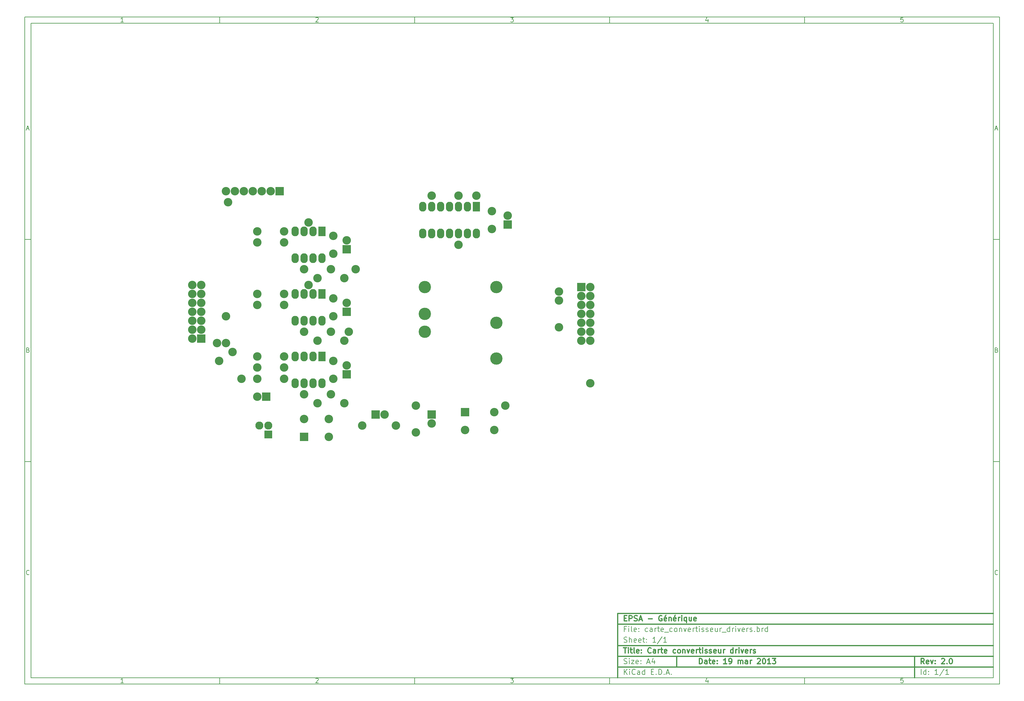
<source format=gbs>
G04 (created by PCBNEW-RS274X (2012-01-19 BZR 3256)-stable) date 19/03/2013 15:27:12*
G01*
G70*
G90*
%MOIN*%
G04 Gerber Fmt 3.4, Leading zero omitted, Abs format*
%FSLAX34Y34*%
G04 APERTURE LIST*
%ADD10C,0.006000*%
%ADD11C,0.012000*%
%ADD12R,0.082000X0.110000*%
%ADD13O,0.082000X0.110000*%
%ADD14C,0.095000*%
%ADD15R,0.095000X0.095000*%
%ADD16R,0.090000X0.090000*%
%ADD17C,0.090000*%
%ADD18C,0.138100*%
G04 APERTURE END LIST*
G54D10*
X04000Y-04000D02*
X113000Y-04000D01*
X113000Y-78670D01*
X04000Y-78670D01*
X04000Y-04000D01*
X04700Y-04700D02*
X112300Y-04700D01*
X112300Y-77970D01*
X04700Y-77970D01*
X04700Y-04700D01*
X25800Y-04000D02*
X25800Y-04700D01*
X15043Y-04552D02*
X14757Y-04552D01*
X14900Y-04552D02*
X14900Y-04052D01*
X14852Y-04124D01*
X14805Y-04171D01*
X14757Y-04195D01*
X25800Y-78670D02*
X25800Y-77970D01*
X15043Y-78522D02*
X14757Y-78522D01*
X14900Y-78522D02*
X14900Y-78022D01*
X14852Y-78094D01*
X14805Y-78141D01*
X14757Y-78165D01*
X47600Y-04000D02*
X47600Y-04700D01*
X36557Y-04100D02*
X36581Y-04076D01*
X36629Y-04052D01*
X36748Y-04052D01*
X36795Y-04076D01*
X36819Y-04100D01*
X36843Y-04148D01*
X36843Y-04195D01*
X36819Y-04267D01*
X36533Y-04552D01*
X36843Y-04552D01*
X47600Y-78670D02*
X47600Y-77970D01*
X36557Y-78070D02*
X36581Y-78046D01*
X36629Y-78022D01*
X36748Y-78022D01*
X36795Y-78046D01*
X36819Y-78070D01*
X36843Y-78118D01*
X36843Y-78165D01*
X36819Y-78237D01*
X36533Y-78522D01*
X36843Y-78522D01*
X69400Y-04000D02*
X69400Y-04700D01*
X58333Y-04052D02*
X58643Y-04052D01*
X58476Y-04243D01*
X58548Y-04243D01*
X58595Y-04267D01*
X58619Y-04290D01*
X58643Y-04338D01*
X58643Y-04457D01*
X58619Y-04505D01*
X58595Y-04529D01*
X58548Y-04552D01*
X58405Y-04552D01*
X58357Y-04529D01*
X58333Y-04505D01*
X69400Y-78670D02*
X69400Y-77970D01*
X58333Y-78022D02*
X58643Y-78022D01*
X58476Y-78213D01*
X58548Y-78213D01*
X58595Y-78237D01*
X58619Y-78260D01*
X58643Y-78308D01*
X58643Y-78427D01*
X58619Y-78475D01*
X58595Y-78499D01*
X58548Y-78522D01*
X58405Y-78522D01*
X58357Y-78499D01*
X58333Y-78475D01*
X91200Y-04000D02*
X91200Y-04700D01*
X80395Y-04219D02*
X80395Y-04552D01*
X80276Y-04029D02*
X80157Y-04386D01*
X80467Y-04386D01*
X91200Y-78670D02*
X91200Y-77970D01*
X80395Y-78189D02*
X80395Y-78522D01*
X80276Y-77999D02*
X80157Y-78356D01*
X80467Y-78356D01*
X102219Y-04052D02*
X101981Y-04052D01*
X101957Y-04290D01*
X101981Y-04267D01*
X102029Y-04243D01*
X102148Y-04243D01*
X102195Y-04267D01*
X102219Y-04290D01*
X102243Y-04338D01*
X102243Y-04457D01*
X102219Y-04505D01*
X102195Y-04529D01*
X102148Y-04552D01*
X102029Y-04552D01*
X101981Y-04529D01*
X101957Y-04505D01*
X102219Y-78022D02*
X101981Y-78022D01*
X101957Y-78260D01*
X101981Y-78237D01*
X102029Y-78213D01*
X102148Y-78213D01*
X102195Y-78237D01*
X102219Y-78260D01*
X102243Y-78308D01*
X102243Y-78427D01*
X102219Y-78475D01*
X102195Y-78499D01*
X102148Y-78522D01*
X102029Y-78522D01*
X101981Y-78499D01*
X101957Y-78475D01*
X04000Y-28890D02*
X04700Y-28890D01*
X04231Y-16510D02*
X04469Y-16510D01*
X04184Y-16652D02*
X04350Y-16152D01*
X04517Y-16652D01*
X113000Y-28890D02*
X112300Y-28890D01*
X112531Y-16510D02*
X112769Y-16510D01*
X112484Y-16652D02*
X112650Y-16152D01*
X112817Y-16652D01*
X04000Y-53780D02*
X04700Y-53780D01*
X04386Y-41280D02*
X04457Y-41304D01*
X04481Y-41328D01*
X04505Y-41376D01*
X04505Y-41447D01*
X04481Y-41495D01*
X04457Y-41519D01*
X04410Y-41542D01*
X04219Y-41542D01*
X04219Y-41042D01*
X04386Y-41042D01*
X04433Y-41066D01*
X04457Y-41090D01*
X04481Y-41138D01*
X04481Y-41185D01*
X04457Y-41233D01*
X04433Y-41257D01*
X04386Y-41280D01*
X04219Y-41280D01*
X113000Y-53780D02*
X112300Y-53780D01*
X112686Y-41280D02*
X112757Y-41304D01*
X112781Y-41328D01*
X112805Y-41376D01*
X112805Y-41447D01*
X112781Y-41495D01*
X112757Y-41519D01*
X112710Y-41542D01*
X112519Y-41542D01*
X112519Y-41042D01*
X112686Y-41042D01*
X112733Y-41066D01*
X112757Y-41090D01*
X112781Y-41138D01*
X112781Y-41185D01*
X112757Y-41233D01*
X112733Y-41257D01*
X112686Y-41280D01*
X112519Y-41280D01*
X04505Y-66385D02*
X04481Y-66409D01*
X04410Y-66432D01*
X04362Y-66432D01*
X04290Y-66409D01*
X04243Y-66361D01*
X04219Y-66313D01*
X04195Y-66218D01*
X04195Y-66147D01*
X04219Y-66051D01*
X04243Y-66004D01*
X04290Y-65956D01*
X04362Y-65932D01*
X04410Y-65932D01*
X04481Y-65956D01*
X04505Y-65980D01*
X112805Y-66385D02*
X112781Y-66409D01*
X112710Y-66432D01*
X112662Y-66432D01*
X112590Y-66409D01*
X112543Y-66361D01*
X112519Y-66313D01*
X112495Y-66218D01*
X112495Y-66147D01*
X112519Y-66051D01*
X112543Y-66004D01*
X112590Y-65956D01*
X112662Y-65932D01*
X112710Y-65932D01*
X112781Y-65956D01*
X112805Y-65980D01*
G54D11*
X79443Y-76413D02*
X79443Y-75813D01*
X79586Y-75813D01*
X79671Y-75841D01*
X79729Y-75899D01*
X79757Y-75956D01*
X79786Y-76070D01*
X79786Y-76156D01*
X79757Y-76270D01*
X79729Y-76327D01*
X79671Y-76384D01*
X79586Y-76413D01*
X79443Y-76413D01*
X80300Y-76413D02*
X80300Y-76099D01*
X80271Y-76041D01*
X80214Y-76013D01*
X80100Y-76013D01*
X80043Y-76041D01*
X80300Y-76384D02*
X80243Y-76413D01*
X80100Y-76413D01*
X80043Y-76384D01*
X80014Y-76327D01*
X80014Y-76270D01*
X80043Y-76213D01*
X80100Y-76184D01*
X80243Y-76184D01*
X80300Y-76156D01*
X80500Y-76013D02*
X80729Y-76013D01*
X80586Y-75813D02*
X80586Y-76327D01*
X80614Y-76384D01*
X80672Y-76413D01*
X80729Y-76413D01*
X81157Y-76384D02*
X81100Y-76413D01*
X80986Y-76413D01*
X80929Y-76384D01*
X80900Y-76327D01*
X80900Y-76099D01*
X80929Y-76041D01*
X80986Y-76013D01*
X81100Y-76013D01*
X81157Y-76041D01*
X81186Y-76099D01*
X81186Y-76156D01*
X80900Y-76213D01*
X81443Y-76356D02*
X81471Y-76384D01*
X81443Y-76413D01*
X81414Y-76384D01*
X81443Y-76356D01*
X81443Y-76413D01*
X81443Y-76041D02*
X81471Y-76070D01*
X81443Y-76099D01*
X81414Y-76070D01*
X81443Y-76041D01*
X81443Y-76099D01*
X82500Y-76413D02*
X82157Y-76413D01*
X82329Y-76413D02*
X82329Y-75813D01*
X82272Y-75899D01*
X82214Y-75956D01*
X82157Y-75984D01*
X82785Y-76413D02*
X82900Y-76413D01*
X82957Y-76384D01*
X82985Y-76356D01*
X83043Y-76270D01*
X83071Y-76156D01*
X83071Y-75927D01*
X83043Y-75870D01*
X83014Y-75841D01*
X82957Y-75813D01*
X82843Y-75813D01*
X82785Y-75841D01*
X82757Y-75870D01*
X82728Y-75927D01*
X82728Y-76070D01*
X82757Y-76127D01*
X82785Y-76156D01*
X82843Y-76184D01*
X82957Y-76184D01*
X83014Y-76156D01*
X83043Y-76127D01*
X83071Y-76070D01*
X83785Y-76413D02*
X83785Y-76013D01*
X83785Y-76070D02*
X83813Y-76041D01*
X83871Y-76013D01*
X83956Y-76013D01*
X84013Y-76041D01*
X84042Y-76099D01*
X84042Y-76413D01*
X84042Y-76099D02*
X84071Y-76041D01*
X84128Y-76013D01*
X84213Y-76013D01*
X84271Y-76041D01*
X84299Y-76099D01*
X84299Y-76413D01*
X84842Y-76413D02*
X84842Y-76099D01*
X84813Y-76041D01*
X84756Y-76013D01*
X84642Y-76013D01*
X84585Y-76041D01*
X84842Y-76384D02*
X84785Y-76413D01*
X84642Y-76413D01*
X84585Y-76384D01*
X84556Y-76327D01*
X84556Y-76270D01*
X84585Y-76213D01*
X84642Y-76184D01*
X84785Y-76184D01*
X84842Y-76156D01*
X85128Y-76413D02*
X85128Y-76013D01*
X85128Y-76127D02*
X85156Y-76070D01*
X85185Y-76041D01*
X85242Y-76013D01*
X85299Y-76013D01*
X85927Y-75870D02*
X85956Y-75841D01*
X86013Y-75813D01*
X86156Y-75813D01*
X86213Y-75841D01*
X86242Y-75870D01*
X86270Y-75927D01*
X86270Y-75984D01*
X86242Y-76070D01*
X85899Y-76413D01*
X86270Y-76413D01*
X86641Y-75813D02*
X86698Y-75813D01*
X86755Y-75841D01*
X86784Y-75870D01*
X86813Y-75927D01*
X86841Y-76041D01*
X86841Y-76184D01*
X86813Y-76299D01*
X86784Y-76356D01*
X86755Y-76384D01*
X86698Y-76413D01*
X86641Y-76413D01*
X86584Y-76384D01*
X86555Y-76356D01*
X86527Y-76299D01*
X86498Y-76184D01*
X86498Y-76041D01*
X86527Y-75927D01*
X86555Y-75870D01*
X86584Y-75841D01*
X86641Y-75813D01*
X87412Y-76413D02*
X87069Y-76413D01*
X87241Y-76413D02*
X87241Y-75813D01*
X87184Y-75899D01*
X87126Y-75956D01*
X87069Y-75984D01*
X87612Y-75813D02*
X87983Y-75813D01*
X87783Y-76041D01*
X87869Y-76041D01*
X87926Y-76070D01*
X87955Y-76099D01*
X87983Y-76156D01*
X87983Y-76299D01*
X87955Y-76356D01*
X87926Y-76384D01*
X87869Y-76413D01*
X87697Y-76413D01*
X87640Y-76384D01*
X87612Y-76356D01*
G54D10*
X71043Y-77613D02*
X71043Y-77013D01*
X71386Y-77613D02*
X71129Y-77270D01*
X71386Y-77013D02*
X71043Y-77356D01*
X71643Y-77613D02*
X71643Y-77213D01*
X71643Y-77013D02*
X71614Y-77041D01*
X71643Y-77070D01*
X71671Y-77041D01*
X71643Y-77013D01*
X71643Y-77070D01*
X72272Y-77556D02*
X72243Y-77584D01*
X72157Y-77613D01*
X72100Y-77613D01*
X72015Y-77584D01*
X71957Y-77527D01*
X71929Y-77470D01*
X71900Y-77356D01*
X71900Y-77270D01*
X71929Y-77156D01*
X71957Y-77099D01*
X72015Y-77041D01*
X72100Y-77013D01*
X72157Y-77013D01*
X72243Y-77041D01*
X72272Y-77070D01*
X72786Y-77613D02*
X72786Y-77299D01*
X72757Y-77241D01*
X72700Y-77213D01*
X72586Y-77213D01*
X72529Y-77241D01*
X72786Y-77584D02*
X72729Y-77613D01*
X72586Y-77613D01*
X72529Y-77584D01*
X72500Y-77527D01*
X72500Y-77470D01*
X72529Y-77413D01*
X72586Y-77384D01*
X72729Y-77384D01*
X72786Y-77356D01*
X73329Y-77613D02*
X73329Y-77013D01*
X73329Y-77584D02*
X73272Y-77613D01*
X73158Y-77613D01*
X73100Y-77584D01*
X73072Y-77556D01*
X73043Y-77499D01*
X73043Y-77327D01*
X73072Y-77270D01*
X73100Y-77241D01*
X73158Y-77213D01*
X73272Y-77213D01*
X73329Y-77241D01*
X74072Y-77299D02*
X74272Y-77299D01*
X74358Y-77613D02*
X74072Y-77613D01*
X74072Y-77013D01*
X74358Y-77013D01*
X74615Y-77556D02*
X74643Y-77584D01*
X74615Y-77613D01*
X74586Y-77584D01*
X74615Y-77556D01*
X74615Y-77613D01*
X74901Y-77613D02*
X74901Y-77013D01*
X75044Y-77013D01*
X75129Y-77041D01*
X75187Y-77099D01*
X75215Y-77156D01*
X75244Y-77270D01*
X75244Y-77356D01*
X75215Y-77470D01*
X75187Y-77527D01*
X75129Y-77584D01*
X75044Y-77613D01*
X74901Y-77613D01*
X75501Y-77556D02*
X75529Y-77584D01*
X75501Y-77613D01*
X75472Y-77584D01*
X75501Y-77556D01*
X75501Y-77613D01*
X75758Y-77441D02*
X76044Y-77441D01*
X75701Y-77613D02*
X75901Y-77013D01*
X76101Y-77613D01*
X76301Y-77556D02*
X76329Y-77584D01*
X76301Y-77613D01*
X76272Y-77584D01*
X76301Y-77556D01*
X76301Y-77613D01*
G54D11*
X104586Y-76413D02*
X104386Y-76127D01*
X104243Y-76413D02*
X104243Y-75813D01*
X104471Y-75813D01*
X104529Y-75841D01*
X104557Y-75870D01*
X104586Y-75927D01*
X104586Y-76013D01*
X104557Y-76070D01*
X104529Y-76099D01*
X104471Y-76127D01*
X104243Y-76127D01*
X105071Y-76384D02*
X105014Y-76413D01*
X104900Y-76413D01*
X104843Y-76384D01*
X104814Y-76327D01*
X104814Y-76099D01*
X104843Y-76041D01*
X104900Y-76013D01*
X105014Y-76013D01*
X105071Y-76041D01*
X105100Y-76099D01*
X105100Y-76156D01*
X104814Y-76213D01*
X105300Y-76013D02*
X105443Y-76413D01*
X105585Y-76013D01*
X105814Y-76356D02*
X105842Y-76384D01*
X105814Y-76413D01*
X105785Y-76384D01*
X105814Y-76356D01*
X105814Y-76413D01*
X105814Y-76041D02*
X105842Y-76070D01*
X105814Y-76099D01*
X105785Y-76070D01*
X105814Y-76041D01*
X105814Y-76099D01*
X106528Y-75870D02*
X106557Y-75841D01*
X106614Y-75813D01*
X106757Y-75813D01*
X106814Y-75841D01*
X106843Y-75870D01*
X106871Y-75927D01*
X106871Y-75984D01*
X106843Y-76070D01*
X106500Y-76413D01*
X106871Y-76413D01*
X107128Y-76356D02*
X107156Y-76384D01*
X107128Y-76413D01*
X107099Y-76384D01*
X107128Y-76356D01*
X107128Y-76413D01*
X107528Y-75813D02*
X107585Y-75813D01*
X107642Y-75841D01*
X107671Y-75870D01*
X107700Y-75927D01*
X107728Y-76041D01*
X107728Y-76184D01*
X107700Y-76299D01*
X107671Y-76356D01*
X107642Y-76384D01*
X107585Y-76413D01*
X107528Y-76413D01*
X107471Y-76384D01*
X107442Y-76356D01*
X107414Y-76299D01*
X107385Y-76184D01*
X107385Y-76041D01*
X107414Y-75927D01*
X107442Y-75870D01*
X107471Y-75841D01*
X107528Y-75813D01*
G54D10*
X71014Y-76384D02*
X71100Y-76413D01*
X71243Y-76413D01*
X71300Y-76384D01*
X71329Y-76356D01*
X71357Y-76299D01*
X71357Y-76241D01*
X71329Y-76184D01*
X71300Y-76156D01*
X71243Y-76127D01*
X71129Y-76099D01*
X71071Y-76070D01*
X71043Y-76041D01*
X71014Y-75984D01*
X71014Y-75927D01*
X71043Y-75870D01*
X71071Y-75841D01*
X71129Y-75813D01*
X71271Y-75813D01*
X71357Y-75841D01*
X71614Y-76413D02*
X71614Y-76013D01*
X71614Y-75813D02*
X71585Y-75841D01*
X71614Y-75870D01*
X71642Y-75841D01*
X71614Y-75813D01*
X71614Y-75870D01*
X71843Y-76013D02*
X72157Y-76013D01*
X71843Y-76413D01*
X72157Y-76413D01*
X72614Y-76384D02*
X72557Y-76413D01*
X72443Y-76413D01*
X72386Y-76384D01*
X72357Y-76327D01*
X72357Y-76099D01*
X72386Y-76041D01*
X72443Y-76013D01*
X72557Y-76013D01*
X72614Y-76041D01*
X72643Y-76099D01*
X72643Y-76156D01*
X72357Y-76213D01*
X72900Y-76356D02*
X72928Y-76384D01*
X72900Y-76413D01*
X72871Y-76384D01*
X72900Y-76356D01*
X72900Y-76413D01*
X72900Y-76041D02*
X72928Y-76070D01*
X72900Y-76099D01*
X72871Y-76070D01*
X72900Y-76041D01*
X72900Y-76099D01*
X73614Y-76241D02*
X73900Y-76241D01*
X73557Y-76413D02*
X73757Y-75813D01*
X73957Y-76413D01*
X74414Y-76013D02*
X74414Y-76413D01*
X74271Y-75784D02*
X74128Y-76213D01*
X74500Y-76213D01*
X104243Y-77613D02*
X104243Y-77013D01*
X104786Y-77613D02*
X104786Y-77013D01*
X104786Y-77584D02*
X104729Y-77613D01*
X104615Y-77613D01*
X104557Y-77584D01*
X104529Y-77556D01*
X104500Y-77499D01*
X104500Y-77327D01*
X104529Y-77270D01*
X104557Y-77241D01*
X104615Y-77213D01*
X104729Y-77213D01*
X104786Y-77241D01*
X105072Y-77556D02*
X105100Y-77584D01*
X105072Y-77613D01*
X105043Y-77584D01*
X105072Y-77556D01*
X105072Y-77613D01*
X105072Y-77241D02*
X105100Y-77270D01*
X105072Y-77299D01*
X105043Y-77270D01*
X105072Y-77241D01*
X105072Y-77299D01*
X106129Y-77613D02*
X105786Y-77613D01*
X105958Y-77613D02*
X105958Y-77013D01*
X105901Y-77099D01*
X105843Y-77156D01*
X105786Y-77184D01*
X106814Y-76984D02*
X106300Y-77756D01*
X107329Y-77613D02*
X106986Y-77613D01*
X107158Y-77613D02*
X107158Y-77013D01*
X107101Y-77099D01*
X107043Y-77156D01*
X106986Y-77184D01*
G54D11*
X70957Y-74613D02*
X71300Y-74613D01*
X71129Y-75213D02*
X71129Y-74613D01*
X71500Y-75213D02*
X71500Y-74813D01*
X71500Y-74613D02*
X71471Y-74641D01*
X71500Y-74670D01*
X71528Y-74641D01*
X71500Y-74613D01*
X71500Y-74670D01*
X71700Y-74813D02*
X71929Y-74813D01*
X71786Y-74613D02*
X71786Y-75127D01*
X71814Y-75184D01*
X71872Y-75213D01*
X71929Y-75213D01*
X72215Y-75213D02*
X72157Y-75184D01*
X72129Y-75127D01*
X72129Y-74613D01*
X72671Y-75184D02*
X72614Y-75213D01*
X72500Y-75213D01*
X72443Y-75184D01*
X72414Y-75127D01*
X72414Y-74899D01*
X72443Y-74841D01*
X72500Y-74813D01*
X72614Y-74813D01*
X72671Y-74841D01*
X72700Y-74899D01*
X72700Y-74956D01*
X72414Y-75013D01*
X72957Y-75156D02*
X72985Y-75184D01*
X72957Y-75213D01*
X72928Y-75184D01*
X72957Y-75156D01*
X72957Y-75213D01*
X72957Y-74841D02*
X72985Y-74870D01*
X72957Y-74899D01*
X72928Y-74870D01*
X72957Y-74841D01*
X72957Y-74899D01*
X74043Y-75156D02*
X74014Y-75184D01*
X73928Y-75213D01*
X73871Y-75213D01*
X73786Y-75184D01*
X73728Y-75127D01*
X73700Y-75070D01*
X73671Y-74956D01*
X73671Y-74870D01*
X73700Y-74756D01*
X73728Y-74699D01*
X73786Y-74641D01*
X73871Y-74613D01*
X73928Y-74613D01*
X74014Y-74641D01*
X74043Y-74670D01*
X74557Y-75213D02*
X74557Y-74899D01*
X74528Y-74841D01*
X74471Y-74813D01*
X74357Y-74813D01*
X74300Y-74841D01*
X74557Y-75184D02*
X74500Y-75213D01*
X74357Y-75213D01*
X74300Y-75184D01*
X74271Y-75127D01*
X74271Y-75070D01*
X74300Y-75013D01*
X74357Y-74984D01*
X74500Y-74984D01*
X74557Y-74956D01*
X74843Y-75213D02*
X74843Y-74813D01*
X74843Y-74927D02*
X74871Y-74870D01*
X74900Y-74841D01*
X74957Y-74813D01*
X75014Y-74813D01*
X75128Y-74813D02*
X75357Y-74813D01*
X75214Y-74613D02*
X75214Y-75127D01*
X75242Y-75184D01*
X75300Y-75213D01*
X75357Y-75213D01*
X75785Y-75184D02*
X75728Y-75213D01*
X75614Y-75213D01*
X75557Y-75184D01*
X75528Y-75127D01*
X75528Y-74899D01*
X75557Y-74841D01*
X75614Y-74813D01*
X75728Y-74813D01*
X75785Y-74841D01*
X75814Y-74899D01*
X75814Y-74956D01*
X75528Y-75013D01*
X76785Y-75184D02*
X76728Y-75213D01*
X76614Y-75213D01*
X76556Y-75184D01*
X76528Y-75156D01*
X76499Y-75099D01*
X76499Y-74927D01*
X76528Y-74870D01*
X76556Y-74841D01*
X76614Y-74813D01*
X76728Y-74813D01*
X76785Y-74841D01*
X77128Y-75213D02*
X77070Y-75184D01*
X77042Y-75156D01*
X77013Y-75099D01*
X77013Y-74927D01*
X77042Y-74870D01*
X77070Y-74841D01*
X77128Y-74813D01*
X77213Y-74813D01*
X77270Y-74841D01*
X77299Y-74870D01*
X77328Y-74927D01*
X77328Y-75099D01*
X77299Y-75156D01*
X77270Y-75184D01*
X77213Y-75213D01*
X77128Y-75213D01*
X77585Y-74813D02*
X77585Y-75213D01*
X77585Y-74870D02*
X77613Y-74841D01*
X77671Y-74813D01*
X77756Y-74813D01*
X77813Y-74841D01*
X77842Y-74899D01*
X77842Y-75213D01*
X78071Y-74813D02*
X78214Y-75213D01*
X78356Y-74813D01*
X78813Y-75184D02*
X78756Y-75213D01*
X78642Y-75213D01*
X78585Y-75184D01*
X78556Y-75127D01*
X78556Y-74899D01*
X78585Y-74841D01*
X78642Y-74813D01*
X78756Y-74813D01*
X78813Y-74841D01*
X78842Y-74899D01*
X78842Y-74956D01*
X78556Y-75013D01*
X79099Y-75213D02*
X79099Y-74813D01*
X79099Y-74927D02*
X79127Y-74870D01*
X79156Y-74841D01*
X79213Y-74813D01*
X79270Y-74813D01*
X79384Y-74813D02*
X79613Y-74813D01*
X79470Y-74613D02*
X79470Y-75127D01*
X79498Y-75184D01*
X79556Y-75213D01*
X79613Y-75213D01*
X79813Y-75213D02*
X79813Y-74813D01*
X79813Y-74613D02*
X79784Y-74641D01*
X79813Y-74670D01*
X79841Y-74641D01*
X79813Y-74613D01*
X79813Y-74670D01*
X80070Y-75184D02*
X80127Y-75213D01*
X80242Y-75213D01*
X80299Y-75184D01*
X80327Y-75127D01*
X80327Y-75099D01*
X80299Y-75041D01*
X80242Y-75013D01*
X80156Y-75013D01*
X80099Y-74984D01*
X80070Y-74927D01*
X80070Y-74899D01*
X80099Y-74841D01*
X80156Y-74813D01*
X80242Y-74813D01*
X80299Y-74841D01*
X80556Y-75184D02*
X80613Y-75213D01*
X80728Y-75213D01*
X80785Y-75184D01*
X80813Y-75127D01*
X80813Y-75099D01*
X80785Y-75041D01*
X80728Y-75013D01*
X80642Y-75013D01*
X80585Y-74984D01*
X80556Y-74927D01*
X80556Y-74899D01*
X80585Y-74841D01*
X80642Y-74813D01*
X80728Y-74813D01*
X80785Y-74841D01*
X81299Y-75184D02*
X81242Y-75213D01*
X81128Y-75213D01*
X81071Y-75184D01*
X81042Y-75127D01*
X81042Y-74899D01*
X81071Y-74841D01*
X81128Y-74813D01*
X81242Y-74813D01*
X81299Y-74841D01*
X81328Y-74899D01*
X81328Y-74956D01*
X81042Y-75013D01*
X81842Y-74813D02*
X81842Y-75213D01*
X81585Y-74813D02*
X81585Y-75127D01*
X81613Y-75184D01*
X81671Y-75213D01*
X81756Y-75213D01*
X81813Y-75184D01*
X81842Y-75156D01*
X82128Y-75213D02*
X82128Y-74813D01*
X82128Y-74927D02*
X82156Y-74870D01*
X82185Y-74841D01*
X82242Y-74813D01*
X82299Y-74813D01*
X83213Y-75213D02*
X83213Y-74613D01*
X83213Y-75184D02*
X83156Y-75213D01*
X83042Y-75213D01*
X82984Y-75184D01*
X82956Y-75156D01*
X82927Y-75099D01*
X82927Y-74927D01*
X82956Y-74870D01*
X82984Y-74841D01*
X83042Y-74813D01*
X83156Y-74813D01*
X83213Y-74841D01*
X83499Y-75213D02*
X83499Y-74813D01*
X83499Y-74927D02*
X83527Y-74870D01*
X83556Y-74841D01*
X83613Y-74813D01*
X83670Y-74813D01*
X83870Y-75213D02*
X83870Y-74813D01*
X83870Y-74613D02*
X83841Y-74641D01*
X83870Y-74670D01*
X83898Y-74641D01*
X83870Y-74613D01*
X83870Y-74670D01*
X84099Y-74813D02*
X84242Y-75213D01*
X84384Y-74813D01*
X84841Y-75184D02*
X84784Y-75213D01*
X84670Y-75213D01*
X84613Y-75184D01*
X84584Y-75127D01*
X84584Y-74899D01*
X84613Y-74841D01*
X84670Y-74813D01*
X84784Y-74813D01*
X84841Y-74841D01*
X84870Y-74899D01*
X84870Y-74956D01*
X84584Y-75013D01*
X85127Y-75213D02*
X85127Y-74813D01*
X85127Y-74927D02*
X85155Y-74870D01*
X85184Y-74841D01*
X85241Y-74813D01*
X85298Y-74813D01*
X85469Y-75184D02*
X85526Y-75213D01*
X85641Y-75213D01*
X85698Y-75184D01*
X85726Y-75127D01*
X85726Y-75099D01*
X85698Y-75041D01*
X85641Y-75013D01*
X85555Y-75013D01*
X85498Y-74984D01*
X85469Y-74927D01*
X85469Y-74899D01*
X85498Y-74841D01*
X85555Y-74813D01*
X85641Y-74813D01*
X85698Y-74841D01*
G54D10*
X71243Y-72499D02*
X71043Y-72499D01*
X71043Y-72813D02*
X71043Y-72213D01*
X71329Y-72213D01*
X71557Y-72813D02*
X71557Y-72413D01*
X71557Y-72213D02*
X71528Y-72241D01*
X71557Y-72270D01*
X71585Y-72241D01*
X71557Y-72213D01*
X71557Y-72270D01*
X71929Y-72813D02*
X71871Y-72784D01*
X71843Y-72727D01*
X71843Y-72213D01*
X72385Y-72784D02*
X72328Y-72813D01*
X72214Y-72813D01*
X72157Y-72784D01*
X72128Y-72727D01*
X72128Y-72499D01*
X72157Y-72441D01*
X72214Y-72413D01*
X72328Y-72413D01*
X72385Y-72441D01*
X72414Y-72499D01*
X72414Y-72556D01*
X72128Y-72613D01*
X72671Y-72756D02*
X72699Y-72784D01*
X72671Y-72813D01*
X72642Y-72784D01*
X72671Y-72756D01*
X72671Y-72813D01*
X72671Y-72441D02*
X72699Y-72470D01*
X72671Y-72499D01*
X72642Y-72470D01*
X72671Y-72441D01*
X72671Y-72499D01*
X73671Y-72784D02*
X73614Y-72813D01*
X73500Y-72813D01*
X73442Y-72784D01*
X73414Y-72756D01*
X73385Y-72699D01*
X73385Y-72527D01*
X73414Y-72470D01*
X73442Y-72441D01*
X73500Y-72413D01*
X73614Y-72413D01*
X73671Y-72441D01*
X74185Y-72813D02*
X74185Y-72499D01*
X74156Y-72441D01*
X74099Y-72413D01*
X73985Y-72413D01*
X73928Y-72441D01*
X74185Y-72784D02*
X74128Y-72813D01*
X73985Y-72813D01*
X73928Y-72784D01*
X73899Y-72727D01*
X73899Y-72670D01*
X73928Y-72613D01*
X73985Y-72584D01*
X74128Y-72584D01*
X74185Y-72556D01*
X74471Y-72813D02*
X74471Y-72413D01*
X74471Y-72527D02*
X74499Y-72470D01*
X74528Y-72441D01*
X74585Y-72413D01*
X74642Y-72413D01*
X74756Y-72413D02*
X74985Y-72413D01*
X74842Y-72213D02*
X74842Y-72727D01*
X74870Y-72784D01*
X74928Y-72813D01*
X74985Y-72813D01*
X75413Y-72784D02*
X75356Y-72813D01*
X75242Y-72813D01*
X75185Y-72784D01*
X75156Y-72727D01*
X75156Y-72499D01*
X75185Y-72441D01*
X75242Y-72413D01*
X75356Y-72413D01*
X75413Y-72441D01*
X75442Y-72499D01*
X75442Y-72556D01*
X75156Y-72613D01*
X75556Y-72870D02*
X76013Y-72870D01*
X76413Y-72784D02*
X76356Y-72813D01*
X76242Y-72813D01*
X76184Y-72784D01*
X76156Y-72756D01*
X76127Y-72699D01*
X76127Y-72527D01*
X76156Y-72470D01*
X76184Y-72441D01*
X76242Y-72413D01*
X76356Y-72413D01*
X76413Y-72441D01*
X76756Y-72813D02*
X76698Y-72784D01*
X76670Y-72756D01*
X76641Y-72699D01*
X76641Y-72527D01*
X76670Y-72470D01*
X76698Y-72441D01*
X76756Y-72413D01*
X76841Y-72413D01*
X76898Y-72441D01*
X76927Y-72470D01*
X76956Y-72527D01*
X76956Y-72699D01*
X76927Y-72756D01*
X76898Y-72784D01*
X76841Y-72813D01*
X76756Y-72813D01*
X77213Y-72413D02*
X77213Y-72813D01*
X77213Y-72470D02*
X77241Y-72441D01*
X77299Y-72413D01*
X77384Y-72413D01*
X77441Y-72441D01*
X77470Y-72499D01*
X77470Y-72813D01*
X77699Y-72413D02*
X77842Y-72813D01*
X77984Y-72413D01*
X78441Y-72784D02*
X78384Y-72813D01*
X78270Y-72813D01*
X78213Y-72784D01*
X78184Y-72727D01*
X78184Y-72499D01*
X78213Y-72441D01*
X78270Y-72413D01*
X78384Y-72413D01*
X78441Y-72441D01*
X78470Y-72499D01*
X78470Y-72556D01*
X78184Y-72613D01*
X78727Y-72813D02*
X78727Y-72413D01*
X78727Y-72527D02*
X78755Y-72470D01*
X78784Y-72441D01*
X78841Y-72413D01*
X78898Y-72413D01*
X79012Y-72413D02*
X79241Y-72413D01*
X79098Y-72213D02*
X79098Y-72727D01*
X79126Y-72784D01*
X79184Y-72813D01*
X79241Y-72813D01*
X79441Y-72813D02*
X79441Y-72413D01*
X79441Y-72213D02*
X79412Y-72241D01*
X79441Y-72270D01*
X79469Y-72241D01*
X79441Y-72213D01*
X79441Y-72270D01*
X79698Y-72784D02*
X79755Y-72813D01*
X79870Y-72813D01*
X79927Y-72784D01*
X79955Y-72727D01*
X79955Y-72699D01*
X79927Y-72641D01*
X79870Y-72613D01*
X79784Y-72613D01*
X79727Y-72584D01*
X79698Y-72527D01*
X79698Y-72499D01*
X79727Y-72441D01*
X79784Y-72413D01*
X79870Y-72413D01*
X79927Y-72441D01*
X80184Y-72784D02*
X80241Y-72813D01*
X80356Y-72813D01*
X80413Y-72784D01*
X80441Y-72727D01*
X80441Y-72699D01*
X80413Y-72641D01*
X80356Y-72613D01*
X80270Y-72613D01*
X80213Y-72584D01*
X80184Y-72527D01*
X80184Y-72499D01*
X80213Y-72441D01*
X80270Y-72413D01*
X80356Y-72413D01*
X80413Y-72441D01*
X80927Y-72784D02*
X80870Y-72813D01*
X80756Y-72813D01*
X80699Y-72784D01*
X80670Y-72727D01*
X80670Y-72499D01*
X80699Y-72441D01*
X80756Y-72413D01*
X80870Y-72413D01*
X80927Y-72441D01*
X80956Y-72499D01*
X80956Y-72556D01*
X80670Y-72613D01*
X81470Y-72413D02*
X81470Y-72813D01*
X81213Y-72413D02*
X81213Y-72727D01*
X81241Y-72784D01*
X81299Y-72813D01*
X81384Y-72813D01*
X81441Y-72784D01*
X81470Y-72756D01*
X81756Y-72813D02*
X81756Y-72413D01*
X81756Y-72527D02*
X81784Y-72470D01*
X81813Y-72441D01*
X81870Y-72413D01*
X81927Y-72413D01*
X81984Y-72870D02*
X82441Y-72870D01*
X82841Y-72813D02*
X82841Y-72213D01*
X82841Y-72784D02*
X82784Y-72813D01*
X82670Y-72813D01*
X82612Y-72784D01*
X82584Y-72756D01*
X82555Y-72699D01*
X82555Y-72527D01*
X82584Y-72470D01*
X82612Y-72441D01*
X82670Y-72413D01*
X82784Y-72413D01*
X82841Y-72441D01*
X83127Y-72813D02*
X83127Y-72413D01*
X83127Y-72527D02*
X83155Y-72470D01*
X83184Y-72441D01*
X83241Y-72413D01*
X83298Y-72413D01*
X83498Y-72813D02*
X83498Y-72413D01*
X83498Y-72213D02*
X83469Y-72241D01*
X83498Y-72270D01*
X83526Y-72241D01*
X83498Y-72213D01*
X83498Y-72270D01*
X83727Y-72413D02*
X83870Y-72813D01*
X84012Y-72413D01*
X84469Y-72784D02*
X84412Y-72813D01*
X84298Y-72813D01*
X84241Y-72784D01*
X84212Y-72727D01*
X84212Y-72499D01*
X84241Y-72441D01*
X84298Y-72413D01*
X84412Y-72413D01*
X84469Y-72441D01*
X84498Y-72499D01*
X84498Y-72556D01*
X84212Y-72613D01*
X84755Y-72813D02*
X84755Y-72413D01*
X84755Y-72527D02*
X84783Y-72470D01*
X84812Y-72441D01*
X84869Y-72413D01*
X84926Y-72413D01*
X85097Y-72784D02*
X85154Y-72813D01*
X85269Y-72813D01*
X85326Y-72784D01*
X85354Y-72727D01*
X85354Y-72699D01*
X85326Y-72641D01*
X85269Y-72613D01*
X85183Y-72613D01*
X85126Y-72584D01*
X85097Y-72527D01*
X85097Y-72499D01*
X85126Y-72441D01*
X85183Y-72413D01*
X85269Y-72413D01*
X85326Y-72441D01*
X85612Y-72756D02*
X85640Y-72784D01*
X85612Y-72813D01*
X85583Y-72784D01*
X85612Y-72756D01*
X85612Y-72813D01*
X85898Y-72813D02*
X85898Y-72213D01*
X85898Y-72441D02*
X85955Y-72413D01*
X86069Y-72413D01*
X86126Y-72441D01*
X86155Y-72470D01*
X86184Y-72527D01*
X86184Y-72699D01*
X86155Y-72756D01*
X86126Y-72784D01*
X86069Y-72813D01*
X85955Y-72813D01*
X85898Y-72784D01*
X86441Y-72813D02*
X86441Y-72413D01*
X86441Y-72527D02*
X86469Y-72470D01*
X86498Y-72441D01*
X86555Y-72413D01*
X86612Y-72413D01*
X87069Y-72813D02*
X87069Y-72213D01*
X87069Y-72784D02*
X87012Y-72813D01*
X86898Y-72813D01*
X86840Y-72784D01*
X86812Y-72756D01*
X86783Y-72699D01*
X86783Y-72527D01*
X86812Y-72470D01*
X86840Y-72441D01*
X86898Y-72413D01*
X87012Y-72413D01*
X87069Y-72441D01*
X71014Y-73984D02*
X71100Y-74013D01*
X71243Y-74013D01*
X71300Y-73984D01*
X71329Y-73956D01*
X71357Y-73899D01*
X71357Y-73841D01*
X71329Y-73784D01*
X71300Y-73756D01*
X71243Y-73727D01*
X71129Y-73699D01*
X71071Y-73670D01*
X71043Y-73641D01*
X71014Y-73584D01*
X71014Y-73527D01*
X71043Y-73470D01*
X71071Y-73441D01*
X71129Y-73413D01*
X71271Y-73413D01*
X71357Y-73441D01*
X71614Y-74013D02*
X71614Y-73413D01*
X71871Y-74013D02*
X71871Y-73699D01*
X71842Y-73641D01*
X71785Y-73613D01*
X71700Y-73613D01*
X71642Y-73641D01*
X71614Y-73670D01*
X72385Y-73984D02*
X72328Y-74013D01*
X72214Y-74013D01*
X72157Y-73984D01*
X72128Y-73927D01*
X72128Y-73699D01*
X72157Y-73641D01*
X72214Y-73613D01*
X72328Y-73613D01*
X72385Y-73641D01*
X72414Y-73699D01*
X72414Y-73756D01*
X72128Y-73813D01*
X72899Y-73984D02*
X72842Y-74013D01*
X72728Y-74013D01*
X72671Y-73984D01*
X72642Y-73927D01*
X72642Y-73699D01*
X72671Y-73641D01*
X72728Y-73613D01*
X72842Y-73613D01*
X72899Y-73641D01*
X72928Y-73699D01*
X72928Y-73756D01*
X72642Y-73813D01*
X73099Y-73613D02*
X73328Y-73613D01*
X73185Y-73413D02*
X73185Y-73927D01*
X73213Y-73984D01*
X73271Y-74013D01*
X73328Y-74013D01*
X73528Y-73956D02*
X73556Y-73984D01*
X73528Y-74013D01*
X73499Y-73984D01*
X73528Y-73956D01*
X73528Y-74013D01*
X73528Y-73641D02*
X73556Y-73670D01*
X73528Y-73699D01*
X73499Y-73670D01*
X73528Y-73641D01*
X73528Y-73699D01*
X74585Y-74013D02*
X74242Y-74013D01*
X74414Y-74013D02*
X74414Y-73413D01*
X74357Y-73499D01*
X74299Y-73556D01*
X74242Y-73584D01*
X75270Y-73384D02*
X74756Y-74156D01*
X75785Y-74013D02*
X75442Y-74013D01*
X75614Y-74013D02*
X75614Y-73413D01*
X75557Y-73499D01*
X75499Y-73556D01*
X75442Y-73584D01*
G54D11*
X71043Y-71299D02*
X71243Y-71299D01*
X71329Y-71613D02*
X71043Y-71613D01*
X71043Y-71013D01*
X71329Y-71013D01*
X71586Y-71613D02*
X71586Y-71013D01*
X71814Y-71013D01*
X71872Y-71041D01*
X71900Y-71070D01*
X71929Y-71127D01*
X71929Y-71213D01*
X71900Y-71270D01*
X71872Y-71299D01*
X71814Y-71327D01*
X71586Y-71327D01*
X72157Y-71584D02*
X72243Y-71613D01*
X72386Y-71613D01*
X72443Y-71584D01*
X72472Y-71556D01*
X72500Y-71499D01*
X72500Y-71441D01*
X72472Y-71384D01*
X72443Y-71356D01*
X72386Y-71327D01*
X72272Y-71299D01*
X72214Y-71270D01*
X72186Y-71241D01*
X72157Y-71184D01*
X72157Y-71127D01*
X72186Y-71070D01*
X72214Y-71041D01*
X72272Y-71013D01*
X72414Y-71013D01*
X72500Y-71041D01*
X72728Y-71441D02*
X73014Y-71441D01*
X72671Y-71613D02*
X72871Y-71013D01*
X73071Y-71613D01*
X73728Y-71384D02*
X74185Y-71384D01*
X75242Y-71041D02*
X75185Y-71013D01*
X75099Y-71013D01*
X75014Y-71041D01*
X74956Y-71099D01*
X74928Y-71156D01*
X74899Y-71270D01*
X74899Y-71356D01*
X74928Y-71470D01*
X74956Y-71527D01*
X75014Y-71584D01*
X75099Y-71613D01*
X75156Y-71613D01*
X75242Y-71584D01*
X75271Y-71556D01*
X75271Y-71356D01*
X75156Y-71356D01*
X75756Y-71584D02*
X75699Y-71613D01*
X75585Y-71613D01*
X75528Y-71584D01*
X75499Y-71527D01*
X75499Y-71299D01*
X75528Y-71241D01*
X75585Y-71213D01*
X75699Y-71213D01*
X75756Y-71241D01*
X75785Y-71299D01*
X75785Y-71356D01*
X75499Y-71413D01*
X75699Y-70984D02*
X75614Y-71070D01*
X76042Y-71213D02*
X76042Y-71613D01*
X76042Y-71270D02*
X76070Y-71241D01*
X76128Y-71213D01*
X76213Y-71213D01*
X76270Y-71241D01*
X76299Y-71299D01*
X76299Y-71613D01*
X76813Y-71584D02*
X76756Y-71613D01*
X76642Y-71613D01*
X76585Y-71584D01*
X76556Y-71527D01*
X76556Y-71299D01*
X76585Y-71241D01*
X76642Y-71213D01*
X76756Y-71213D01*
X76813Y-71241D01*
X76842Y-71299D01*
X76842Y-71356D01*
X76556Y-71413D01*
X76756Y-70984D02*
X76671Y-71070D01*
X77099Y-71613D02*
X77099Y-71213D01*
X77099Y-71327D02*
X77127Y-71270D01*
X77156Y-71241D01*
X77213Y-71213D01*
X77270Y-71213D01*
X77470Y-71613D02*
X77470Y-71213D01*
X77470Y-71013D02*
X77441Y-71041D01*
X77470Y-71070D01*
X77498Y-71041D01*
X77470Y-71013D01*
X77470Y-71070D01*
X78013Y-71213D02*
X78013Y-71813D01*
X78013Y-71584D02*
X77956Y-71613D01*
X77842Y-71613D01*
X77784Y-71584D01*
X77756Y-71556D01*
X77727Y-71499D01*
X77727Y-71327D01*
X77756Y-71270D01*
X77784Y-71241D01*
X77842Y-71213D01*
X77956Y-71213D01*
X78013Y-71241D01*
X78556Y-71213D02*
X78556Y-71613D01*
X78299Y-71213D02*
X78299Y-71527D01*
X78327Y-71584D01*
X78385Y-71613D01*
X78470Y-71613D01*
X78527Y-71584D01*
X78556Y-71556D01*
X79070Y-71584D02*
X79013Y-71613D01*
X78899Y-71613D01*
X78842Y-71584D01*
X78813Y-71527D01*
X78813Y-71299D01*
X78842Y-71241D01*
X78899Y-71213D01*
X79013Y-71213D01*
X79070Y-71241D01*
X79099Y-71299D01*
X79099Y-71356D01*
X78813Y-71413D01*
X70300Y-70770D02*
X70300Y-77970D01*
X70300Y-71970D02*
X112300Y-71970D01*
X70300Y-70770D02*
X112300Y-70770D01*
X70300Y-74370D02*
X112300Y-74370D01*
X103500Y-75570D02*
X103500Y-77970D01*
X70300Y-76770D02*
X112300Y-76770D01*
X70300Y-75570D02*
X112300Y-75570D01*
X76900Y-75570D02*
X76900Y-76770D01*
G54D12*
X37250Y-28000D03*
G54D13*
X36250Y-28000D03*
X35250Y-28000D03*
X34250Y-28000D03*
X34250Y-31000D03*
X35250Y-31000D03*
X36250Y-31000D03*
X37250Y-31000D03*
G54D14*
X38000Y-51000D03*
X38000Y-49000D03*
G54D15*
X66250Y-34250D03*
G54D14*
X67250Y-34250D03*
X66250Y-35250D03*
X67250Y-35250D03*
X66250Y-36250D03*
X67250Y-36250D03*
X66250Y-37250D03*
X67250Y-37250D03*
X66250Y-38250D03*
X67250Y-38250D03*
X66250Y-39250D03*
X67250Y-39250D03*
X66250Y-40250D03*
X67250Y-40250D03*
G54D15*
X49500Y-48500D03*
G54D14*
X49500Y-49500D03*
G54D15*
X31000Y-46500D03*
G54D14*
X30000Y-46500D03*
X33000Y-29250D03*
X30000Y-29250D03*
X33000Y-28000D03*
X30000Y-28000D03*
X47750Y-47500D03*
X47750Y-50500D03*
X26500Y-37500D03*
X26500Y-40500D03*
X33000Y-44500D03*
X30000Y-44500D03*
X63750Y-38750D03*
X63750Y-35750D03*
X38500Y-44500D03*
X38500Y-42500D03*
X33000Y-36250D03*
X30000Y-36250D03*
X33000Y-35000D03*
X30000Y-35000D03*
G54D15*
X43250Y-48500D03*
G54D14*
X44250Y-48500D03*
G54D12*
X37250Y-42000D03*
G54D13*
X36250Y-42000D03*
X35250Y-42000D03*
X34250Y-42000D03*
X34250Y-45000D03*
X35250Y-45000D03*
X36250Y-45000D03*
X37250Y-45000D03*
G54D15*
X58000Y-27250D03*
G54D14*
X58000Y-26250D03*
G54D15*
X40000Y-30000D03*
G54D14*
X40000Y-29000D03*
X56250Y-27750D03*
X56250Y-25750D03*
X38500Y-30500D03*
X38500Y-28500D03*
X39750Y-47250D03*
X36750Y-47250D03*
X33000Y-42000D03*
X30000Y-42000D03*
X33000Y-43250D03*
X30000Y-43250D03*
X39750Y-33250D03*
X36750Y-33250D03*
X39750Y-40250D03*
X36750Y-40250D03*
X38250Y-46250D03*
X35250Y-46250D03*
X38250Y-39250D03*
X35250Y-39250D03*
X38250Y-32250D03*
X35250Y-32250D03*
G54D15*
X35250Y-51000D03*
G54D14*
X35250Y-49000D03*
X56500Y-48250D03*
X56500Y-50250D03*
G54D15*
X53250Y-48250D03*
G54D14*
X53250Y-50250D03*
G54D15*
X40000Y-44000D03*
G54D14*
X40000Y-43000D03*
G54D15*
X40000Y-37000D03*
G54D14*
X40000Y-36000D03*
X38500Y-37500D03*
X38500Y-35500D03*
G54D15*
X32500Y-23500D03*
G54D14*
X31500Y-23500D03*
X30500Y-23500D03*
X29500Y-23500D03*
X28500Y-23500D03*
X27500Y-23500D03*
X26500Y-23500D03*
G54D15*
X23750Y-40000D03*
G54D14*
X22750Y-40000D03*
X23750Y-39000D03*
X22750Y-39000D03*
X23750Y-38000D03*
X22750Y-38000D03*
X23750Y-37000D03*
X22750Y-37000D03*
X23750Y-36000D03*
X22750Y-36000D03*
X23750Y-35000D03*
X22750Y-35000D03*
X23750Y-34000D03*
X22750Y-34000D03*
G54D12*
X54500Y-25250D03*
G54D13*
X53500Y-25250D03*
X52500Y-25250D03*
X51500Y-25250D03*
X50500Y-25250D03*
X49500Y-25250D03*
X48500Y-25250D03*
X48500Y-28250D03*
X49500Y-28250D03*
X50500Y-28250D03*
X51500Y-28250D03*
X52500Y-28250D03*
X53500Y-28250D03*
X54500Y-28250D03*
G54D12*
X37250Y-35000D03*
G54D13*
X36250Y-35000D03*
X35250Y-35000D03*
X34250Y-35000D03*
X34250Y-38000D03*
X35250Y-38000D03*
X36250Y-38000D03*
X37250Y-38000D03*
G54D16*
X31250Y-50750D03*
G54D17*
X31250Y-49750D03*
X30250Y-49750D03*
G54D18*
X56750Y-34250D03*
X56750Y-38250D03*
X56750Y-42250D03*
X48750Y-37250D03*
X48750Y-39250D03*
X48750Y-34250D03*
G54D14*
X63750Y-34750D03*
X54500Y-24000D03*
X52500Y-24000D03*
X25500Y-40500D03*
X27250Y-41500D03*
X49500Y-24000D03*
X25750Y-42500D03*
X52500Y-29500D03*
X26750Y-24750D03*
X35750Y-27000D03*
X41750Y-49750D03*
X45500Y-49750D03*
X35750Y-34000D03*
X57750Y-47500D03*
X28250Y-44500D03*
X41000Y-32250D03*
X67250Y-45000D03*
X40250Y-39250D03*
M02*

</source>
